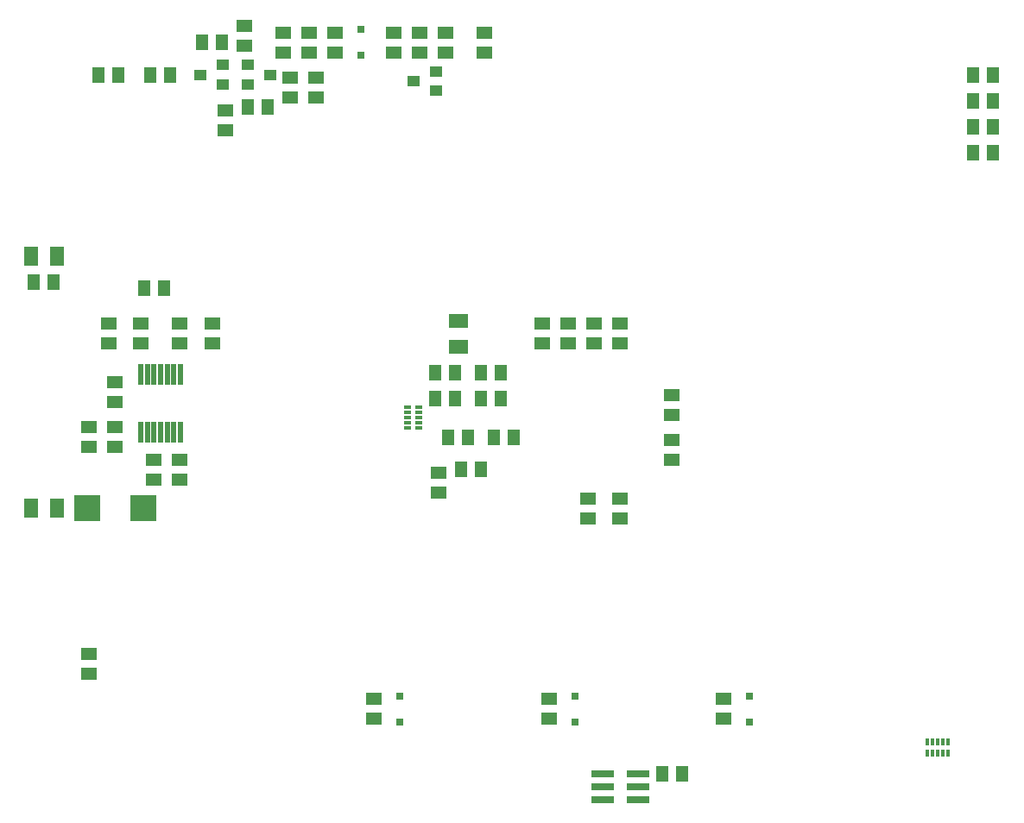
<source format=gbp>
G04 #@! TF.GenerationSoftware,KiCad,Pcbnew,7.0.9*
G04 #@! TF.CreationDate,2023-12-25T16:07:17+01:00*
G04 #@! TF.ProjectId,wall-mounted-room-temperature-sensor-ethernet,77616c6c-2d6d-46f7-956e-7465642d726f,v1.0*
G04 #@! TF.SameCoordinates,Original*
G04 #@! TF.FileFunction,Paste,Bot*
G04 #@! TF.FilePolarity,Positive*
%FSLAX46Y46*%
G04 Gerber Fmt 4.6, Leading zero omitted, Abs format (unit mm)*
G04 Created by KiCad (PCBNEW 7.0.9) date 2023-12-25 16:07:17*
%MOMM*%
%LPD*%
G01*
G04 APERTURE LIST*
G04 Aperture macros list*
%AMOutline4P*
0 Free polygon, 4 corners , with rotation*
0 The origin of the aperture is its center*
0 number of corners: always 4*
0 $1 to $8 corner X, Y*
0 $9 Rotation angle, in degrees counterclockwise*
0 create outline with 4 corners*
4,1,4,$1,$2,$3,$4,$5,$6,$7,$8,$1,$2,$9*%
G04 Aperture macros list end*
%ADD10R,2.500000X2.500000*%
%ADD11R,0.300000X0.800000*%
%ADD12R,0.800000X0.300000*%
%ADD13R,1.500000X1.300000*%
%ADD14R,1.300000X1.500000*%
%ADD15R,1.300000X1.000000*%
%ADD16R,0.800000X0.800000*%
%ADD17Outline4P,-0.650000X-0.900000X0.650000X-0.900000X0.650000X0.900000X-0.650000X0.900000X90.000000*%
%ADD18Outline4P,-0.650000X-0.900000X0.650000X-0.900000X0.650000X0.900000X-0.650000X0.900000X180.000000*%
%ADD19R,0.500000X2.000000*%
%ADD20Outline4P,-1.000000X-0.250000X1.000000X-0.250000X1.000000X0.250000X-1.000000X0.250000X270.000000*%
%ADD21R,2.200000X0.800000*%
%ADD22Outline4P,-0.650000X-0.900000X0.650000X-0.900000X0.650000X0.900000X-0.650000X0.900000X0.000000*%
G04 APERTURE END LIST*
D10*
X46780000Y-118110000D03*
X52280000Y-118110000D03*
D11*
X131175000Y-142145000D03*
X130675000Y-142145000D03*
X130175000Y-142145000D03*
X129675000Y-142145000D03*
X129175000Y-142145000D03*
X129175000Y-141065000D03*
X129675000Y-141065000D03*
X130175000Y-141065000D03*
X130675000Y-141065000D03*
X131175000Y-141065000D03*
D12*
X78200000Y-110220000D03*
X78200000Y-109720000D03*
X78200000Y-109220000D03*
X78200000Y-108720000D03*
X78200000Y-108220000D03*
X79280000Y-108220000D03*
X79280000Y-108720000D03*
X79280000Y-109220000D03*
X79280000Y-109720000D03*
X79280000Y-110220000D03*
D13*
X79375000Y-73360000D03*
X79375000Y-71420000D03*
X76835000Y-73360000D03*
X76835000Y-71420000D03*
D14*
X82885000Y-107315000D03*
X80945000Y-107315000D03*
X82885000Y-104775000D03*
X80945000Y-104775000D03*
D13*
X99060000Y-117140000D03*
X99060000Y-119080000D03*
X95885000Y-117140000D03*
X95885000Y-119080000D03*
X48895000Y-99995000D03*
X48895000Y-101935000D03*
X49530000Y-105710000D03*
X49530000Y-107650000D03*
X52070000Y-101935000D03*
X52070000Y-99995000D03*
X68580000Y-73360000D03*
X68580000Y-71420000D03*
D14*
X64470000Y-78740000D03*
X62530000Y-78740000D03*
X58085000Y-72390000D03*
X60025000Y-72390000D03*
X49865000Y-75565000D03*
X47925000Y-75565000D03*
D13*
X71120000Y-73360000D03*
X71120000Y-71420000D03*
D14*
X133650000Y-78105000D03*
X135590000Y-78105000D03*
X133650000Y-75565000D03*
X135590000Y-75565000D03*
X133650000Y-83185000D03*
X135590000Y-83185000D03*
D13*
X109220000Y-136825000D03*
X109220000Y-138765000D03*
X92075000Y-136825000D03*
X92075000Y-138765000D03*
X74930000Y-136825000D03*
X74930000Y-138765000D03*
D14*
X41575000Y-95885000D03*
X43515000Y-95885000D03*
D13*
X104140000Y-111425000D03*
X104140000Y-113365000D03*
X81915000Y-73360000D03*
X81915000Y-71420000D03*
X85725000Y-71420000D03*
X85725000Y-73360000D03*
D14*
X85425000Y-114300000D03*
X83485000Y-114300000D03*
X84155000Y-111125000D03*
X82215000Y-111125000D03*
X87330000Y-107315000D03*
X85390000Y-107315000D03*
X87330000Y-104775000D03*
X85390000Y-104775000D03*
D13*
X104140000Y-106980000D03*
X104140000Y-108920000D03*
X81280000Y-116540000D03*
X81280000Y-114600000D03*
X99060000Y-99995000D03*
X99060000Y-101935000D03*
X96520000Y-99995000D03*
X96520000Y-101935000D03*
X93980000Y-99995000D03*
X93980000Y-101935000D03*
X91440000Y-99995000D03*
X91440000Y-101935000D03*
D14*
X88600000Y-111125000D03*
X86660000Y-111125000D03*
D13*
X59055000Y-101935000D03*
X59055000Y-99995000D03*
X55880000Y-101935000D03*
X55880000Y-99995000D03*
D14*
X54310000Y-96520000D03*
X52370000Y-96520000D03*
D13*
X69215000Y-75865000D03*
X69215000Y-77805000D03*
X66675000Y-77805000D03*
X66675000Y-75865000D03*
X60325000Y-80980000D03*
X60325000Y-79040000D03*
D14*
X54945000Y-75565000D03*
X53005000Y-75565000D03*
D13*
X62230000Y-72725000D03*
X62230000Y-70785000D03*
X66040000Y-73360000D03*
X66040000Y-71420000D03*
D14*
X133650000Y-80645000D03*
X135590000Y-80645000D03*
X105110000Y-144145000D03*
X103170000Y-144145000D03*
D13*
X55880000Y-113330000D03*
X55880000Y-115270000D03*
X46990000Y-112095000D03*
X46990000Y-110155000D03*
X49530000Y-112095000D03*
X49530000Y-110155000D03*
X46990000Y-134320000D03*
X46990000Y-132380000D03*
X53340000Y-113330000D03*
X53340000Y-115270000D03*
D15*
X60055000Y-74615000D03*
X60055000Y-76515000D03*
X57855000Y-75565000D03*
D16*
X73660000Y-73660000D03*
X73660000Y-71120000D03*
X111760000Y-136525000D03*
X111760000Y-139065000D03*
X94615000Y-136525000D03*
X94615000Y-139065000D03*
X77470000Y-136525000D03*
X77470000Y-139065000D03*
D15*
X81010000Y-75250000D03*
X81010000Y-77150000D03*
X78810000Y-76200000D03*
D17*
X83185000Y-102235000D03*
X83185000Y-99695000D03*
D18*
X43815000Y-93345000D03*
X41275000Y-93345000D03*
D19*
X52025000Y-104960500D03*
X52675000Y-104960500D03*
X53325000Y-104960500D03*
X53975000Y-104960500D03*
X54625000Y-104960500D03*
X55275000Y-104960500D03*
D20*
X55925000Y-104960500D03*
D19*
X55925000Y-110685500D03*
X55275000Y-110685500D03*
X54625000Y-110685500D03*
X53975000Y-110685500D03*
X53325000Y-110685500D03*
X52675000Y-110685500D03*
X52025000Y-110685500D03*
D21*
X100787200Y-144145000D03*
X100787200Y-145415000D03*
X100787200Y-146685000D03*
X97332800Y-146685000D03*
X97332800Y-145415000D03*
X97332800Y-144145000D03*
D15*
X62500000Y-76515000D03*
X62500000Y-74615000D03*
X64700000Y-75565000D03*
D22*
X41275000Y-118110000D03*
X43815000Y-118110000D03*
M02*

</source>
